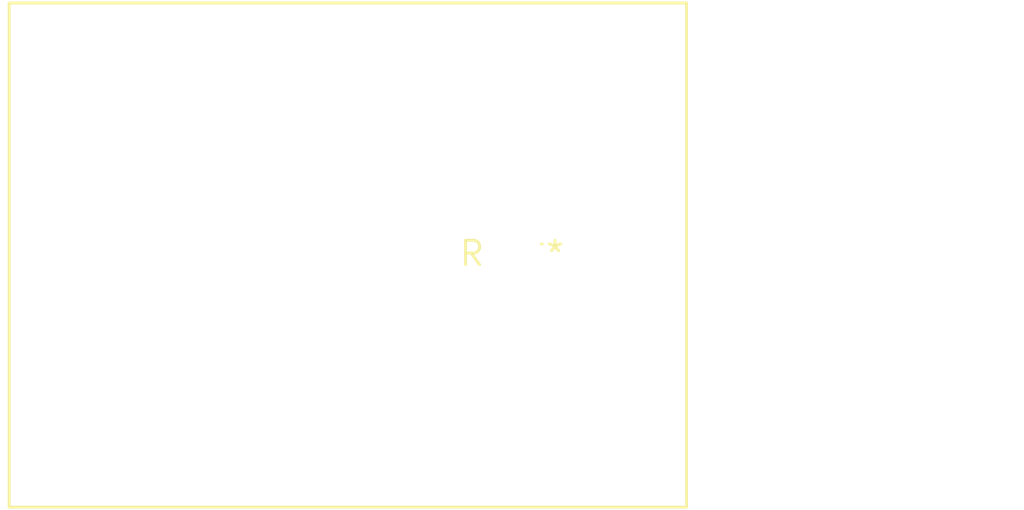
<source format=kicad_pcb>
(kicad_pcb (version 20240108) (generator pcbnew)
  (layers (0 "F.Cu" signal) (31 "B.Cu" signal) (34 "B.Paste" user) (35 "F.Paste" user) (36 "B.SilkS" user "B.Silkscreen") (37 "F.SilkS" user "F.Silkscreen") (38 "B.Mask" user) (39 "F.Mask" user) (44 "Edge.Cuts" user))
  (net 0 "")
  (footprint "Heatsink_35x26mm_1xFixation3mm_Fischer-SK486-35" (layer "F.Cu") (at 0 0)
    (property "Reference" "REF**")
    (property "Value" "Heatsink_35x26mm_1xFixation3mm_Fischer-SK486-35")
    (fp_line (start -26.17 -13.04) (end -26.17 13.2) (layer "F.SilkS") (stroke (width 0.15)))
    (fp_line (start -26.17 13.2) (end 9.08 13.2) (layer "F.SilkS") (stroke (width 0.15)))
    (fp_line (start 9.08 -13.04) (end -26.17 -13.04) (layer "F.SilkS") (stroke (width 0.15)))
    (fp_line (start 9.08 13.2) (end 9.08 -13.04) (layer "F.SilkS") (stroke (width 0.15)))
    (pad "1" thru_hole circle (at 0 0) (size 6.49732 6.49732) (drill 3.0988) (layers *.Cu *.Mask) (remove_unused_layers))
  )
)
</source>
